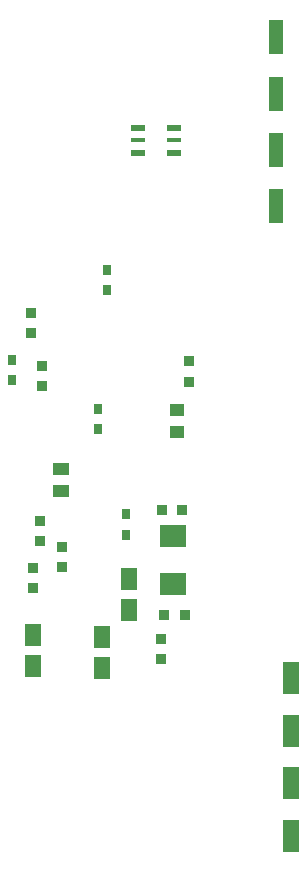
<source format=gbp>
G04 DipTrace 3.2.0.1*
G04 Mwarp.GBP*
%MOIN*%
G04 #@! TF.FileFunction,Paste,Bot*
G04 #@! TF.Part,Single*
%AMOUTLINE2*
4,1,4,
0.027496,-0.054071,
-0.027496,-0.054071,
-0.027496,0.054071,
0.027496,0.054071,
0.027496,-0.054071,
0*%
%AMOUTLINE5*
4,1,4,
0.023559,0.055055,
0.023559,-0.055055,
-0.023559,-0.055055,
-0.023559,0.055055,
0.023559,0.055055,
0*%
%AMOUTLINE8*
4,1,4,
-0.023559,-0.055055,
-0.023559,0.055055,
0.023559,0.055055,
0.023559,-0.055055,
-0.023559,-0.055055,
0*%
%AMOUTLINE11*
4,1,4,
-0.015685,0.017654,
0.015685,0.017654,
0.015685,-0.017654,
-0.015685,-0.017654,
-0.015685,0.017654,
0*%
%AMOUTLINE14*
4,1,4,
-0.017654,-0.015685,
-0.017654,0.015685,
0.017654,0.015685,
0.017654,-0.015685,
-0.017654,-0.015685,
0*%
%AMOUTLINE17*
4,1,4,
0.017654,0.015685,
0.017654,-0.015685,
-0.017654,-0.015685,
-0.017654,0.015685,
0.017654,0.015685,
0*%
%AMOUTLINE20*
4,1,4,
0.015685,-0.017654,
-0.015685,-0.017654,
-0.015685,0.017654,
0.015685,0.017654,
0.015685,-0.017654,
0*%
%AMOUTLINE23*
4,1,4,
0.025528,-0.021591,
-0.025528,-0.021591,
-0.025528,0.021591,
0.025528,0.021591,
0.025528,-0.021591,
0*%
%AMOUTLINE26*
4,1,4,
0.025528,0.03537,
0.025528,-0.03537,
-0.025528,-0.03537,
-0.025528,0.03537,
0.025528,0.03537,
0*%
%AMOUTLINE74*
4,1,4,
-0.043244,-0.03537,
-0.043244,0.03537,
0.043244,0.03537,
0.043244,-0.03537,
-0.043244,-0.03537,
0*%
%ADD53R,0.049087X0.015622*%
%ADD55R,0.049087X0.023496*%
%ADD65R,0.051055X0.043181*%
%ADD67R,0.03137X0.035307*%
%ADD83OUTLINE2*%
%ADD86OUTLINE5*%
%ADD89OUTLINE8*%
%ADD92OUTLINE11*%
%ADD95OUTLINE14*%
%ADD98OUTLINE17*%
%ADD101OUTLINE20*%
%ADD104OUTLINE23*%
%ADD107OUTLINE26*%
%ADD155OUTLINE74*%
%FSLAX26Y26*%
G04*
G70*
G90*
G75*
G01*
G04 BotPaste*
%LPD*%
D83*
X1437889Y2452554D3*
Y2275389D3*
D86*
X1387152Y4588628D3*
Y4399652D3*
D83*
X1437889Y2102554D3*
Y1925389D3*
D89*
X1387889Y4023913D3*
Y4212889D3*
D92*
X569889Y3602140D3*
Y3669069D3*
D67*
X506640Y3512889D3*
Y3445960D3*
X822425Y3746675D3*
Y3813604D3*
D101*
X1097889Y3440140D3*
Y3507069D3*
D104*
X669140Y3150194D3*
Y3075390D3*
D101*
X605354Y3424675D3*
Y3491604D3*
D67*
X791889Y3282140D3*
Y3349069D3*
D65*
X1055889Y3346140D3*
Y3271337D3*
D107*
X895889Y2782140D3*
Y2679778D3*
D67*
X885889Y2930140D3*
Y2997069D3*
D95*
X1073569Y3012889D3*
X1006640D3*
D101*
X599889Y2974140D3*
Y2907211D3*
X673889Y2888140D3*
Y2821211D3*
D107*
X575389Y2594140D3*
Y2491778D3*
D101*
Y2750389D3*
Y2817318D3*
D107*
X806640Y2587890D3*
Y2485528D3*
D98*
X1081640Y2662889D3*
X1014711D3*
D101*
X1003889Y2582140D3*
Y2515211D3*
D155*
X1044140Y2925390D3*
Y2765115D3*
D55*
X1047928Y4285478D3*
D53*
Y4244140D3*
D55*
Y4202801D3*
X927850D3*
D53*
Y4244140D3*
D55*
Y4285478D3*
M02*

</source>
